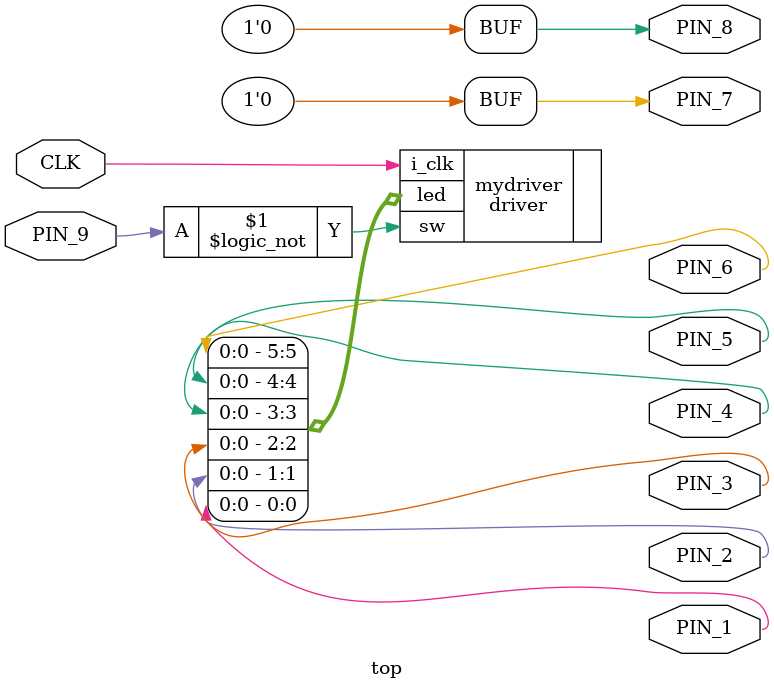
<source format=v>
module top(
    input wire CLK,

    output wire PIN_1,
    output wire PIN_2,
    output wire PIN_3,
    output wire PIN_4,
    output wire PIN_5,
    output wire PIN_6,
    output wire PIN_7,
    output wire PIN_8,
    
    input wire PIN_9
);

    driver mydriver(
        .i_clk(CLK),
        .led({PIN_6, PIN_5, PIN_4, PIN_3, PIN_2, PIN_1}),
        .sw(!PIN_9)
    );

    assign {PIN_7, PIN_8} = 2'b0;
endmodule
</source>
